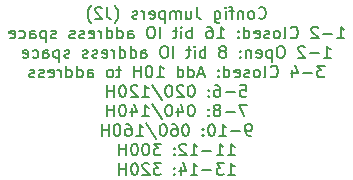
<source format=gbr>
G04 #@! TF.GenerationSoftware,KiCad,Pcbnew,(5.1.4)-1*
G04 #@! TF.CreationDate,2020-04-13T08:45:51-06:00*
G04 #@! TF.ProjectId,MiniSys MicroSD,4d696e69-5379-4732-904d-6963726f5344,rev?*
G04 #@! TF.SameCoordinates,Original*
G04 #@! TF.FileFunction,Legend,Bot*
G04 #@! TF.FilePolarity,Positive*
%FSLAX46Y46*%
G04 Gerber Fmt 4.6, Leading zero omitted, Abs format (unit mm)*
G04 Created by KiCad (PCBNEW (5.1.4)-1) date 2020-04-13 08:45:51*
%MOMM*%
%LPD*%
G04 APERTURE LIST*
%ADD10C,0.150000*%
G04 APERTURE END LIST*
D10*
X47084380Y-26015142D02*
X47132000Y-26062761D01*
X47274857Y-26110380D01*
X47370095Y-26110380D01*
X47512952Y-26062761D01*
X47608190Y-25967523D01*
X47655809Y-25872285D01*
X47703428Y-25681809D01*
X47703428Y-25538952D01*
X47655809Y-25348476D01*
X47608190Y-25253238D01*
X47512952Y-25158000D01*
X47370095Y-25110380D01*
X47274857Y-25110380D01*
X47132000Y-25158000D01*
X47084380Y-25205619D01*
X46512952Y-26110380D02*
X46608190Y-26062761D01*
X46655809Y-26015142D01*
X46703428Y-25919904D01*
X46703428Y-25634190D01*
X46655809Y-25538952D01*
X46608190Y-25491333D01*
X46512952Y-25443714D01*
X46370095Y-25443714D01*
X46274857Y-25491333D01*
X46227238Y-25538952D01*
X46179619Y-25634190D01*
X46179619Y-25919904D01*
X46227238Y-26015142D01*
X46274857Y-26062761D01*
X46370095Y-26110380D01*
X46512952Y-26110380D01*
X45751047Y-25443714D02*
X45751047Y-26110380D01*
X45751047Y-25538952D02*
X45703428Y-25491333D01*
X45608190Y-25443714D01*
X45465333Y-25443714D01*
X45370095Y-25491333D01*
X45322476Y-25586571D01*
X45322476Y-26110380D01*
X44989142Y-25443714D02*
X44608190Y-25443714D01*
X44846285Y-26110380D02*
X44846285Y-25253238D01*
X44798666Y-25158000D01*
X44703428Y-25110380D01*
X44608190Y-25110380D01*
X44274857Y-26110380D02*
X44274857Y-25443714D01*
X44274857Y-25110380D02*
X44322476Y-25158000D01*
X44274857Y-25205619D01*
X44227238Y-25158000D01*
X44274857Y-25110380D01*
X44274857Y-25205619D01*
X43370095Y-25443714D02*
X43370095Y-26253238D01*
X43417714Y-26348476D01*
X43465333Y-26396095D01*
X43560571Y-26443714D01*
X43703428Y-26443714D01*
X43798666Y-26396095D01*
X43370095Y-26062761D02*
X43465333Y-26110380D01*
X43655809Y-26110380D01*
X43751047Y-26062761D01*
X43798666Y-26015142D01*
X43846285Y-25919904D01*
X43846285Y-25634190D01*
X43798666Y-25538952D01*
X43751047Y-25491333D01*
X43655809Y-25443714D01*
X43465333Y-25443714D01*
X43370095Y-25491333D01*
X41846285Y-25110380D02*
X41846285Y-25824666D01*
X41893904Y-25967523D01*
X41989142Y-26062761D01*
X42132000Y-26110380D01*
X42227238Y-26110380D01*
X40941523Y-25443714D02*
X40941523Y-26110380D01*
X41370095Y-25443714D02*
X41370095Y-25967523D01*
X41322476Y-26062761D01*
X41227238Y-26110380D01*
X41084380Y-26110380D01*
X40989142Y-26062761D01*
X40941523Y-26015142D01*
X40465333Y-26110380D02*
X40465333Y-25443714D01*
X40465333Y-25538952D02*
X40417714Y-25491333D01*
X40322476Y-25443714D01*
X40179619Y-25443714D01*
X40084380Y-25491333D01*
X40036761Y-25586571D01*
X40036761Y-26110380D01*
X40036761Y-25586571D02*
X39989142Y-25491333D01*
X39893904Y-25443714D01*
X39751047Y-25443714D01*
X39655809Y-25491333D01*
X39608190Y-25586571D01*
X39608190Y-26110380D01*
X39132000Y-25443714D02*
X39132000Y-26443714D01*
X39132000Y-25491333D02*
X39036761Y-25443714D01*
X38846285Y-25443714D01*
X38751047Y-25491333D01*
X38703428Y-25538952D01*
X38655809Y-25634190D01*
X38655809Y-25919904D01*
X38703428Y-26015142D01*
X38751047Y-26062761D01*
X38846285Y-26110380D01*
X39036761Y-26110380D01*
X39132000Y-26062761D01*
X37846285Y-26062761D02*
X37941523Y-26110380D01*
X38132000Y-26110380D01*
X38227238Y-26062761D01*
X38274857Y-25967523D01*
X38274857Y-25586571D01*
X38227238Y-25491333D01*
X38132000Y-25443714D01*
X37941523Y-25443714D01*
X37846285Y-25491333D01*
X37798666Y-25586571D01*
X37798666Y-25681809D01*
X38274857Y-25777047D01*
X37370095Y-26110380D02*
X37370095Y-25443714D01*
X37370095Y-25634190D02*
X37322476Y-25538952D01*
X37274857Y-25491333D01*
X37179619Y-25443714D01*
X37084380Y-25443714D01*
X36798666Y-26062761D02*
X36703428Y-26110380D01*
X36512952Y-26110380D01*
X36417714Y-26062761D01*
X36370095Y-25967523D01*
X36370095Y-25919904D01*
X36417714Y-25824666D01*
X36512952Y-25777047D01*
X36655809Y-25777047D01*
X36751047Y-25729428D01*
X36798666Y-25634190D01*
X36798666Y-25586571D01*
X36751047Y-25491333D01*
X36655809Y-25443714D01*
X36512952Y-25443714D01*
X36417714Y-25491333D01*
X34893904Y-26491333D02*
X34941523Y-26443714D01*
X35036761Y-26300857D01*
X35084380Y-26205619D01*
X35132000Y-26062761D01*
X35179619Y-25824666D01*
X35179619Y-25634190D01*
X35132000Y-25396095D01*
X35084380Y-25253238D01*
X35036761Y-25158000D01*
X34941523Y-25015142D01*
X34893904Y-24967523D01*
X34227238Y-25110380D02*
X34227238Y-25824666D01*
X34274857Y-25967523D01*
X34370095Y-26062761D01*
X34512952Y-26110380D01*
X34608190Y-26110380D01*
X33798666Y-25205619D02*
X33751047Y-25158000D01*
X33655809Y-25110380D01*
X33417714Y-25110380D01*
X33322476Y-25158000D01*
X33274857Y-25205619D01*
X33227238Y-25300857D01*
X33227238Y-25396095D01*
X33274857Y-25538952D01*
X33846285Y-26110380D01*
X33227238Y-26110380D01*
X32893904Y-26491333D02*
X32846285Y-26443714D01*
X32751047Y-26300857D01*
X32703428Y-26205619D01*
X32655809Y-26062761D01*
X32608190Y-25824666D01*
X32608190Y-25634190D01*
X32655809Y-25396095D01*
X32703428Y-25253238D01*
X32751047Y-25158000D01*
X32846285Y-25015142D01*
X32893904Y-24967523D01*
X53727238Y-27760380D02*
X54298666Y-27760380D01*
X54012952Y-27760380D02*
X54012952Y-26760380D01*
X54108190Y-26903238D01*
X54203428Y-26998476D01*
X54298666Y-27046095D01*
X53298666Y-27379428D02*
X52536761Y-27379428D01*
X52108190Y-26855619D02*
X52060571Y-26808000D01*
X51965333Y-26760380D01*
X51727238Y-26760380D01*
X51632000Y-26808000D01*
X51584380Y-26855619D01*
X51536761Y-26950857D01*
X51536761Y-27046095D01*
X51584380Y-27188952D01*
X52155809Y-27760380D01*
X51536761Y-27760380D01*
X49774857Y-27665142D02*
X49822476Y-27712761D01*
X49965333Y-27760380D01*
X50060571Y-27760380D01*
X50203428Y-27712761D01*
X50298666Y-27617523D01*
X50346285Y-27522285D01*
X50393904Y-27331809D01*
X50393904Y-27188952D01*
X50346285Y-26998476D01*
X50298666Y-26903238D01*
X50203428Y-26808000D01*
X50060571Y-26760380D01*
X49965333Y-26760380D01*
X49822476Y-26808000D01*
X49774857Y-26855619D01*
X49203428Y-27760380D02*
X49298666Y-27712761D01*
X49346285Y-27617523D01*
X49346285Y-26760380D01*
X48679619Y-27760380D02*
X48774857Y-27712761D01*
X48822476Y-27665142D01*
X48870095Y-27569904D01*
X48870095Y-27284190D01*
X48822476Y-27188952D01*
X48774857Y-27141333D01*
X48679619Y-27093714D01*
X48536761Y-27093714D01*
X48441523Y-27141333D01*
X48393904Y-27188952D01*
X48346285Y-27284190D01*
X48346285Y-27569904D01*
X48393904Y-27665142D01*
X48441523Y-27712761D01*
X48536761Y-27760380D01*
X48679619Y-27760380D01*
X47965333Y-27712761D02*
X47870095Y-27760380D01*
X47679619Y-27760380D01*
X47584380Y-27712761D01*
X47536761Y-27617523D01*
X47536761Y-27569904D01*
X47584380Y-27474666D01*
X47679619Y-27427047D01*
X47822476Y-27427047D01*
X47917714Y-27379428D01*
X47965333Y-27284190D01*
X47965333Y-27236571D01*
X47917714Y-27141333D01*
X47822476Y-27093714D01*
X47679619Y-27093714D01*
X47584380Y-27141333D01*
X46727238Y-27712761D02*
X46822476Y-27760380D01*
X47012952Y-27760380D01*
X47108190Y-27712761D01*
X47155809Y-27617523D01*
X47155809Y-27236571D01*
X47108190Y-27141333D01*
X47012952Y-27093714D01*
X46822476Y-27093714D01*
X46727238Y-27141333D01*
X46679619Y-27236571D01*
X46679619Y-27331809D01*
X47155809Y-27427047D01*
X45822476Y-27760380D02*
X45822476Y-26760380D01*
X45822476Y-27712761D02*
X45917714Y-27760380D01*
X46108190Y-27760380D01*
X46203428Y-27712761D01*
X46251047Y-27665142D01*
X46298666Y-27569904D01*
X46298666Y-27284190D01*
X46251047Y-27188952D01*
X46203428Y-27141333D01*
X46108190Y-27093714D01*
X45917714Y-27093714D01*
X45822476Y-27141333D01*
X45346285Y-27665142D02*
X45298666Y-27712761D01*
X45346285Y-27760380D01*
X45393904Y-27712761D01*
X45346285Y-27665142D01*
X45346285Y-27760380D01*
X45346285Y-27141333D02*
X45298666Y-27188952D01*
X45346285Y-27236571D01*
X45393904Y-27188952D01*
X45346285Y-27141333D01*
X45346285Y-27236571D01*
X43584380Y-27760380D02*
X44155809Y-27760380D01*
X43870095Y-27760380D02*
X43870095Y-26760380D01*
X43965333Y-26903238D01*
X44060571Y-26998476D01*
X44155809Y-27046095D01*
X42727238Y-26760380D02*
X42917714Y-26760380D01*
X43012952Y-26808000D01*
X43060571Y-26855619D01*
X43155809Y-26998476D01*
X43203428Y-27188952D01*
X43203428Y-27569904D01*
X43155809Y-27665142D01*
X43108190Y-27712761D01*
X43012952Y-27760380D01*
X42822476Y-27760380D01*
X42727238Y-27712761D01*
X42679619Y-27665142D01*
X42632000Y-27569904D01*
X42632000Y-27331809D01*
X42679619Y-27236571D01*
X42727238Y-27188952D01*
X42822476Y-27141333D01*
X43012952Y-27141333D01*
X43108190Y-27188952D01*
X43155809Y-27236571D01*
X43203428Y-27331809D01*
X41441523Y-27760380D02*
X41441523Y-26760380D01*
X41441523Y-27141333D02*
X41346285Y-27093714D01*
X41155809Y-27093714D01*
X41060571Y-27141333D01*
X41012952Y-27188952D01*
X40965333Y-27284190D01*
X40965333Y-27569904D01*
X41012952Y-27665142D01*
X41060571Y-27712761D01*
X41155809Y-27760380D01*
X41346285Y-27760380D01*
X41441523Y-27712761D01*
X40536761Y-27760380D02*
X40536761Y-27093714D01*
X40536761Y-26760380D02*
X40584380Y-26808000D01*
X40536761Y-26855619D01*
X40489142Y-26808000D01*
X40536761Y-26760380D01*
X40536761Y-26855619D01*
X40203428Y-27093714D02*
X39822476Y-27093714D01*
X40060571Y-26760380D02*
X40060571Y-27617523D01*
X40012952Y-27712761D01*
X39917714Y-27760380D01*
X39822476Y-27760380D01*
X38727238Y-27760380D02*
X38727238Y-26760380D01*
X38060571Y-26760380D02*
X37870095Y-26760380D01*
X37774857Y-26808000D01*
X37679619Y-26903238D01*
X37632000Y-27093714D01*
X37632000Y-27427047D01*
X37679619Y-27617523D01*
X37774857Y-27712761D01*
X37870095Y-27760380D01*
X38060571Y-27760380D01*
X38155809Y-27712761D01*
X38251047Y-27617523D01*
X38298666Y-27427047D01*
X38298666Y-27093714D01*
X38251047Y-26903238D01*
X38155809Y-26808000D01*
X38060571Y-26760380D01*
X36012952Y-27760380D02*
X36012952Y-27236571D01*
X36060571Y-27141333D01*
X36155809Y-27093714D01*
X36346285Y-27093714D01*
X36441523Y-27141333D01*
X36012952Y-27712761D02*
X36108190Y-27760380D01*
X36346285Y-27760380D01*
X36441523Y-27712761D01*
X36489142Y-27617523D01*
X36489142Y-27522285D01*
X36441523Y-27427047D01*
X36346285Y-27379428D01*
X36108190Y-27379428D01*
X36012952Y-27331809D01*
X35108190Y-27760380D02*
X35108190Y-26760380D01*
X35108190Y-27712761D02*
X35203428Y-27760380D01*
X35393904Y-27760380D01*
X35489142Y-27712761D01*
X35536761Y-27665142D01*
X35584380Y-27569904D01*
X35584380Y-27284190D01*
X35536761Y-27188952D01*
X35489142Y-27141333D01*
X35393904Y-27093714D01*
X35203428Y-27093714D01*
X35108190Y-27141333D01*
X34203428Y-27760380D02*
X34203428Y-26760380D01*
X34203428Y-27712761D02*
X34298666Y-27760380D01*
X34489142Y-27760380D01*
X34584380Y-27712761D01*
X34632000Y-27665142D01*
X34679619Y-27569904D01*
X34679619Y-27284190D01*
X34632000Y-27188952D01*
X34584380Y-27141333D01*
X34489142Y-27093714D01*
X34298666Y-27093714D01*
X34203428Y-27141333D01*
X33727238Y-27760380D02*
X33727238Y-27093714D01*
X33727238Y-27284190D02*
X33679619Y-27188952D01*
X33632000Y-27141333D01*
X33536761Y-27093714D01*
X33441523Y-27093714D01*
X32727238Y-27712761D02*
X32822476Y-27760380D01*
X33012952Y-27760380D01*
X33108190Y-27712761D01*
X33155809Y-27617523D01*
X33155809Y-27236571D01*
X33108190Y-27141333D01*
X33012952Y-27093714D01*
X32822476Y-27093714D01*
X32727238Y-27141333D01*
X32679619Y-27236571D01*
X32679619Y-27331809D01*
X33155809Y-27427047D01*
X32298666Y-27712761D02*
X32203428Y-27760380D01*
X32012952Y-27760380D01*
X31917714Y-27712761D01*
X31870095Y-27617523D01*
X31870095Y-27569904D01*
X31917714Y-27474666D01*
X32012952Y-27427047D01*
X32155809Y-27427047D01*
X32251047Y-27379428D01*
X32298666Y-27284190D01*
X32298666Y-27236571D01*
X32251047Y-27141333D01*
X32155809Y-27093714D01*
X32012952Y-27093714D01*
X31917714Y-27141333D01*
X31489142Y-27712761D02*
X31393904Y-27760380D01*
X31203428Y-27760380D01*
X31108190Y-27712761D01*
X31060571Y-27617523D01*
X31060571Y-27569904D01*
X31108190Y-27474666D01*
X31203428Y-27427047D01*
X31346285Y-27427047D01*
X31441523Y-27379428D01*
X31489142Y-27284190D01*
X31489142Y-27236571D01*
X31441523Y-27141333D01*
X31346285Y-27093714D01*
X31203428Y-27093714D01*
X31108190Y-27141333D01*
X29917714Y-27712761D02*
X29822476Y-27760380D01*
X29632000Y-27760380D01*
X29536761Y-27712761D01*
X29489142Y-27617523D01*
X29489142Y-27569904D01*
X29536761Y-27474666D01*
X29632000Y-27427047D01*
X29774857Y-27427047D01*
X29870095Y-27379428D01*
X29917714Y-27284190D01*
X29917714Y-27236571D01*
X29870095Y-27141333D01*
X29774857Y-27093714D01*
X29632000Y-27093714D01*
X29536761Y-27141333D01*
X29060571Y-27093714D02*
X29060571Y-28093714D01*
X29060571Y-27141333D02*
X28965333Y-27093714D01*
X28774857Y-27093714D01*
X28679619Y-27141333D01*
X28632000Y-27188952D01*
X28584380Y-27284190D01*
X28584380Y-27569904D01*
X28632000Y-27665142D01*
X28679619Y-27712761D01*
X28774857Y-27760380D01*
X28965333Y-27760380D01*
X29060571Y-27712761D01*
X27727238Y-27760380D02*
X27727238Y-27236571D01*
X27774857Y-27141333D01*
X27870095Y-27093714D01*
X28060571Y-27093714D01*
X28155809Y-27141333D01*
X27727238Y-27712761D02*
X27822476Y-27760380D01*
X28060571Y-27760380D01*
X28155809Y-27712761D01*
X28203428Y-27617523D01*
X28203428Y-27522285D01*
X28155809Y-27427047D01*
X28060571Y-27379428D01*
X27822476Y-27379428D01*
X27727238Y-27331809D01*
X26822476Y-27712761D02*
X26917714Y-27760380D01*
X27108190Y-27760380D01*
X27203428Y-27712761D01*
X27251047Y-27665142D01*
X27298666Y-27569904D01*
X27298666Y-27284190D01*
X27251047Y-27188952D01*
X27203428Y-27141333D01*
X27108190Y-27093714D01*
X26917714Y-27093714D01*
X26822476Y-27141333D01*
X26012952Y-27712761D02*
X26108190Y-27760380D01*
X26298666Y-27760380D01*
X26393904Y-27712761D01*
X26441523Y-27617523D01*
X26441523Y-27236571D01*
X26393904Y-27141333D01*
X26298666Y-27093714D01*
X26108190Y-27093714D01*
X26012952Y-27141333D01*
X25965333Y-27236571D01*
X25965333Y-27331809D01*
X26441523Y-27427047D01*
X52608190Y-29410380D02*
X53179619Y-29410380D01*
X52893904Y-29410380D02*
X52893904Y-28410380D01*
X52989142Y-28553238D01*
X53084380Y-28648476D01*
X53179619Y-28696095D01*
X52179619Y-29029428D02*
X51417714Y-29029428D01*
X50989142Y-28505619D02*
X50941523Y-28458000D01*
X50846285Y-28410380D01*
X50608190Y-28410380D01*
X50512952Y-28458000D01*
X50465333Y-28505619D01*
X50417714Y-28600857D01*
X50417714Y-28696095D01*
X50465333Y-28838952D01*
X51036761Y-29410380D01*
X50417714Y-29410380D01*
X49036761Y-28410380D02*
X48846285Y-28410380D01*
X48751047Y-28458000D01*
X48655809Y-28553238D01*
X48608190Y-28743714D01*
X48608190Y-29077047D01*
X48655809Y-29267523D01*
X48751047Y-29362761D01*
X48846285Y-29410380D01*
X49036761Y-29410380D01*
X49132000Y-29362761D01*
X49227238Y-29267523D01*
X49274857Y-29077047D01*
X49274857Y-28743714D01*
X49227238Y-28553238D01*
X49132000Y-28458000D01*
X49036761Y-28410380D01*
X48179619Y-28743714D02*
X48179619Y-29743714D01*
X48179619Y-28791333D02*
X48084380Y-28743714D01*
X47893904Y-28743714D01*
X47798666Y-28791333D01*
X47751047Y-28838952D01*
X47703428Y-28934190D01*
X47703428Y-29219904D01*
X47751047Y-29315142D01*
X47798666Y-29362761D01*
X47893904Y-29410380D01*
X48084380Y-29410380D01*
X48179619Y-29362761D01*
X46893904Y-29362761D02*
X46989142Y-29410380D01*
X47179619Y-29410380D01*
X47274857Y-29362761D01*
X47322476Y-29267523D01*
X47322476Y-28886571D01*
X47274857Y-28791333D01*
X47179619Y-28743714D01*
X46989142Y-28743714D01*
X46893904Y-28791333D01*
X46846285Y-28886571D01*
X46846285Y-28981809D01*
X47322476Y-29077047D01*
X46417714Y-28743714D02*
X46417714Y-29410380D01*
X46417714Y-28838952D02*
X46370095Y-28791333D01*
X46274857Y-28743714D01*
X46132000Y-28743714D01*
X46036761Y-28791333D01*
X45989142Y-28886571D01*
X45989142Y-29410380D01*
X45512952Y-29315142D02*
X45465333Y-29362761D01*
X45512952Y-29410380D01*
X45560571Y-29362761D01*
X45512952Y-29315142D01*
X45512952Y-29410380D01*
X45512952Y-28791333D02*
X45465333Y-28838952D01*
X45512952Y-28886571D01*
X45560571Y-28838952D01*
X45512952Y-28791333D01*
X45512952Y-28886571D01*
X44132000Y-28838952D02*
X44227238Y-28791333D01*
X44274857Y-28743714D01*
X44322476Y-28648476D01*
X44322476Y-28600857D01*
X44274857Y-28505619D01*
X44227238Y-28458000D01*
X44132000Y-28410380D01*
X43941523Y-28410380D01*
X43846285Y-28458000D01*
X43798666Y-28505619D01*
X43751047Y-28600857D01*
X43751047Y-28648476D01*
X43798666Y-28743714D01*
X43846285Y-28791333D01*
X43941523Y-28838952D01*
X44132000Y-28838952D01*
X44227238Y-28886571D01*
X44274857Y-28934190D01*
X44322476Y-29029428D01*
X44322476Y-29219904D01*
X44274857Y-29315142D01*
X44227238Y-29362761D01*
X44132000Y-29410380D01*
X43941523Y-29410380D01*
X43846285Y-29362761D01*
X43798666Y-29315142D01*
X43751047Y-29219904D01*
X43751047Y-29029428D01*
X43798666Y-28934190D01*
X43846285Y-28886571D01*
X43941523Y-28838952D01*
X42560571Y-29410380D02*
X42560571Y-28410380D01*
X42560571Y-28791333D02*
X42465333Y-28743714D01*
X42274857Y-28743714D01*
X42179619Y-28791333D01*
X42132000Y-28838952D01*
X42084380Y-28934190D01*
X42084380Y-29219904D01*
X42132000Y-29315142D01*
X42179619Y-29362761D01*
X42274857Y-29410380D01*
X42465333Y-29410380D01*
X42560571Y-29362761D01*
X41655809Y-29410380D02*
X41655809Y-28743714D01*
X41655809Y-28410380D02*
X41703428Y-28458000D01*
X41655809Y-28505619D01*
X41608190Y-28458000D01*
X41655809Y-28410380D01*
X41655809Y-28505619D01*
X41322476Y-28743714D02*
X40941523Y-28743714D01*
X41179619Y-28410380D02*
X41179619Y-29267523D01*
X41132000Y-29362761D01*
X41036761Y-29410380D01*
X40941523Y-29410380D01*
X39846285Y-29410380D02*
X39846285Y-28410380D01*
X39179619Y-28410380D02*
X38989142Y-28410380D01*
X38893904Y-28458000D01*
X38798666Y-28553238D01*
X38751047Y-28743714D01*
X38751047Y-29077047D01*
X38798666Y-29267523D01*
X38893904Y-29362761D01*
X38989142Y-29410380D01*
X39179619Y-29410380D01*
X39274857Y-29362761D01*
X39370095Y-29267523D01*
X39417714Y-29077047D01*
X39417714Y-28743714D01*
X39370095Y-28553238D01*
X39274857Y-28458000D01*
X39179619Y-28410380D01*
X37132000Y-29410380D02*
X37132000Y-28886571D01*
X37179619Y-28791333D01*
X37274857Y-28743714D01*
X37465333Y-28743714D01*
X37560571Y-28791333D01*
X37132000Y-29362761D02*
X37227238Y-29410380D01*
X37465333Y-29410380D01*
X37560571Y-29362761D01*
X37608190Y-29267523D01*
X37608190Y-29172285D01*
X37560571Y-29077047D01*
X37465333Y-29029428D01*
X37227238Y-29029428D01*
X37132000Y-28981809D01*
X36227238Y-29410380D02*
X36227238Y-28410380D01*
X36227238Y-29362761D02*
X36322476Y-29410380D01*
X36512952Y-29410380D01*
X36608190Y-29362761D01*
X36655809Y-29315142D01*
X36703428Y-29219904D01*
X36703428Y-28934190D01*
X36655809Y-28838952D01*
X36608190Y-28791333D01*
X36512952Y-28743714D01*
X36322476Y-28743714D01*
X36227238Y-28791333D01*
X35322476Y-29410380D02*
X35322476Y-28410380D01*
X35322476Y-29362761D02*
X35417714Y-29410380D01*
X35608190Y-29410380D01*
X35703428Y-29362761D01*
X35751047Y-29315142D01*
X35798666Y-29219904D01*
X35798666Y-28934190D01*
X35751047Y-28838952D01*
X35703428Y-28791333D01*
X35608190Y-28743714D01*
X35417714Y-28743714D01*
X35322476Y-28791333D01*
X34846285Y-29410380D02*
X34846285Y-28743714D01*
X34846285Y-28934190D02*
X34798666Y-28838952D01*
X34751047Y-28791333D01*
X34655809Y-28743714D01*
X34560571Y-28743714D01*
X33846285Y-29362761D02*
X33941523Y-29410380D01*
X34132000Y-29410380D01*
X34227238Y-29362761D01*
X34274857Y-29267523D01*
X34274857Y-28886571D01*
X34227238Y-28791333D01*
X34132000Y-28743714D01*
X33941523Y-28743714D01*
X33846285Y-28791333D01*
X33798666Y-28886571D01*
X33798666Y-28981809D01*
X34274857Y-29077047D01*
X33417714Y-29362761D02*
X33322476Y-29410380D01*
X33132000Y-29410380D01*
X33036761Y-29362761D01*
X32989142Y-29267523D01*
X32989142Y-29219904D01*
X33036761Y-29124666D01*
X33132000Y-29077047D01*
X33274857Y-29077047D01*
X33370095Y-29029428D01*
X33417714Y-28934190D01*
X33417714Y-28886571D01*
X33370095Y-28791333D01*
X33274857Y-28743714D01*
X33132000Y-28743714D01*
X33036761Y-28791333D01*
X32608190Y-29362761D02*
X32512952Y-29410380D01*
X32322476Y-29410380D01*
X32227238Y-29362761D01*
X32179619Y-29267523D01*
X32179619Y-29219904D01*
X32227238Y-29124666D01*
X32322476Y-29077047D01*
X32465333Y-29077047D01*
X32560571Y-29029428D01*
X32608190Y-28934190D01*
X32608190Y-28886571D01*
X32560571Y-28791333D01*
X32465333Y-28743714D01*
X32322476Y-28743714D01*
X32227238Y-28791333D01*
X31036761Y-29362761D02*
X30941523Y-29410380D01*
X30751047Y-29410380D01*
X30655809Y-29362761D01*
X30608190Y-29267523D01*
X30608190Y-29219904D01*
X30655809Y-29124666D01*
X30751047Y-29077047D01*
X30893904Y-29077047D01*
X30989142Y-29029428D01*
X31036761Y-28934190D01*
X31036761Y-28886571D01*
X30989142Y-28791333D01*
X30893904Y-28743714D01*
X30751047Y-28743714D01*
X30655809Y-28791333D01*
X30179619Y-28743714D02*
X30179619Y-29743714D01*
X30179619Y-28791333D02*
X30084380Y-28743714D01*
X29893904Y-28743714D01*
X29798666Y-28791333D01*
X29751047Y-28838952D01*
X29703428Y-28934190D01*
X29703428Y-29219904D01*
X29751047Y-29315142D01*
X29798666Y-29362761D01*
X29893904Y-29410380D01*
X30084380Y-29410380D01*
X30179619Y-29362761D01*
X28846285Y-29410380D02*
X28846285Y-28886571D01*
X28893904Y-28791333D01*
X28989142Y-28743714D01*
X29179619Y-28743714D01*
X29274857Y-28791333D01*
X28846285Y-29362761D02*
X28941523Y-29410380D01*
X29179619Y-29410380D01*
X29274857Y-29362761D01*
X29322476Y-29267523D01*
X29322476Y-29172285D01*
X29274857Y-29077047D01*
X29179619Y-29029428D01*
X28941523Y-29029428D01*
X28846285Y-28981809D01*
X27941523Y-29362761D02*
X28036761Y-29410380D01*
X28227238Y-29410380D01*
X28322476Y-29362761D01*
X28370095Y-29315142D01*
X28417714Y-29219904D01*
X28417714Y-28934190D01*
X28370095Y-28838952D01*
X28322476Y-28791333D01*
X28227238Y-28743714D01*
X28036761Y-28743714D01*
X27941523Y-28791333D01*
X27132000Y-29362761D02*
X27227238Y-29410380D01*
X27417714Y-29410380D01*
X27512952Y-29362761D01*
X27560571Y-29267523D01*
X27560571Y-28886571D01*
X27512952Y-28791333D01*
X27417714Y-28743714D01*
X27227238Y-28743714D01*
X27132000Y-28791333D01*
X27084380Y-28886571D01*
X27084380Y-28981809D01*
X27560571Y-29077047D01*
X52655809Y-30060380D02*
X52036761Y-30060380D01*
X52370095Y-30441333D01*
X52227238Y-30441333D01*
X52132000Y-30488952D01*
X52084380Y-30536571D01*
X52036761Y-30631809D01*
X52036761Y-30869904D01*
X52084380Y-30965142D01*
X52132000Y-31012761D01*
X52227238Y-31060380D01*
X52512952Y-31060380D01*
X52608190Y-31012761D01*
X52655809Y-30965142D01*
X51608190Y-30679428D02*
X50846285Y-30679428D01*
X49941523Y-30393714D02*
X49941523Y-31060380D01*
X50179619Y-30012761D02*
X50417714Y-30727047D01*
X49798666Y-30727047D01*
X48084380Y-30965142D02*
X48132000Y-31012761D01*
X48274857Y-31060380D01*
X48370095Y-31060380D01*
X48512952Y-31012761D01*
X48608190Y-30917523D01*
X48655809Y-30822285D01*
X48703428Y-30631809D01*
X48703428Y-30488952D01*
X48655809Y-30298476D01*
X48608190Y-30203238D01*
X48512952Y-30108000D01*
X48370095Y-30060380D01*
X48274857Y-30060380D01*
X48132000Y-30108000D01*
X48084380Y-30155619D01*
X47512952Y-31060380D02*
X47608190Y-31012761D01*
X47655809Y-30917523D01*
X47655809Y-30060380D01*
X46989142Y-31060380D02*
X47084380Y-31012761D01*
X47132000Y-30965142D01*
X47179619Y-30869904D01*
X47179619Y-30584190D01*
X47132000Y-30488952D01*
X47084380Y-30441333D01*
X46989142Y-30393714D01*
X46846285Y-30393714D01*
X46751047Y-30441333D01*
X46703428Y-30488952D01*
X46655809Y-30584190D01*
X46655809Y-30869904D01*
X46703428Y-30965142D01*
X46751047Y-31012761D01*
X46846285Y-31060380D01*
X46989142Y-31060380D01*
X46274857Y-31012761D02*
X46179619Y-31060380D01*
X45989142Y-31060380D01*
X45893904Y-31012761D01*
X45846285Y-30917523D01*
X45846285Y-30869904D01*
X45893904Y-30774666D01*
X45989142Y-30727047D01*
X46132000Y-30727047D01*
X46227238Y-30679428D01*
X46274857Y-30584190D01*
X46274857Y-30536571D01*
X46227238Y-30441333D01*
X46132000Y-30393714D01*
X45989142Y-30393714D01*
X45893904Y-30441333D01*
X45036761Y-31012761D02*
X45132000Y-31060380D01*
X45322476Y-31060380D01*
X45417714Y-31012761D01*
X45465333Y-30917523D01*
X45465333Y-30536571D01*
X45417714Y-30441333D01*
X45322476Y-30393714D01*
X45132000Y-30393714D01*
X45036761Y-30441333D01*
X44989142Y-30536571D01*
X44989142Y-30631809D01*
X45465333Y-30727047D01*
X44132000Y-31060380D02*
X44132000Y-30060380D01*
X44132000Y-31012761D02*
X44227238Y-31060380D01*
X44417714Y-31060380D01*
X44512952Y-31012761D01*
X44560571Y-30965142D01*
X44608190Y-30869904D01*
X44608190Y-30584190D01*
X44560571Y-30488952D01*
X44512952Y-30441333D01*
X44417714Y-30393714D01*
X44227238Y-30393714D01*
X44132000Y-30441333D01*
X43655809Y-30965142D02*
X43608190Y-31012761D01*
X43655809Y-31060380D01*
X43703428Y-31012761D01*
X43655809Y-30965142D01*
X43655809Y-31060380D01*
X43655809Y-30441333D02*
X43608190Y-30488952D01*
X43655809Y-30536571D01*
X43703428Y-30488952D01*
X43655809Y-30441333D01*
X43655809Y-30536571D01*
X42465333Y-30774666D02*
X41989142Y-30774666D01*
X42560571Y-31060380D02*
X42227238Y-30060380D01*
X41893904Y-31060380D01*
X41132000Y-31060380D02*
X41132000Y-30060380D01*
X41132000Y-31012761D02*
X41227238Y-31060380D01*
X41417714Y-31060380D01*
X41512952Y-31012761D01*
X41560571Y-30965142D01*
X41608190Y-30869904D01*
X41608190Y-30584190D01*
X41560571Y-30488952D01*
X41512952Y-30441333D01*
X41417714Y-30393714D01*
X41227238Y-30393714D01*
X41132000Y-30441333D01*
X40227238Y-31060380D02*
X40227238Y-30060380D01*
X40227238Y-31012761D02*
X40322476Y-31060380D01*
X40512952Y-31060380D01*
X40608190Y-31012761D01*
X40655809Y-30965142D01*
X40703428Y-30869904D01*
X40703428Y-30584190D01*
X40655809Y-30488952D01*
X40608190Y-30441333D01*
X40512952Y-30393714D01*
X40322476Y-30393714D01*
X40227238Y-30441333D01*
X38465333Y-31060380D02*
X39036761Y-31060380D01*
X38751047Y-31060380D02*
X38751047Y-30060380D01*
X38846285Y-30203238D01*
X38941523Y-30298476D01*
X39036761Y-30346095D01*
X37846285Y-30060380D02*
X37751047Y-30060380D01*
X37655809Y-30108000D01*
X37608190Y-30155619D01*
X37560571Y-30250857D01*
X37512952Y-30441333D01*
X37512952Y-30679428D01*
X37560571Y-30869904D01*
X37608190Y-30965142D01*
X37655809Y-31012761D01*
X37751047Y-31060380D01*
X37846285Y-31060380D01*
X37941523Y-31012761D01*
X37989142Y-30965142D01*
X38036761Y-30869904D01*
X38084380Y-30679428D01*
X38084380Y-30441333D01*
X38036761Y-30250857D01*
X37989142Y-30155619D01*
X37941523Y-30108000D01*
X37846285Y-30060380D01*
X37084380Y-31060380D02*
X37084380Y-30060380D01*
X37084380Y-30536571D02*
X36512952Y-30536571D01*
X36512952Y-31060380D02*
X36512952Y-30060380D01*
X35417714Y-30393714D02*
X35036761Y-30393714D01*
X35274857Y-30060380D02*
X35274857Y-30917523D01*
X35227238Y-31012761D01*
X35132000Y-31060380D01*
X35036761Y-31060380D01*
X34560571Y-31060380D02*
X34655809Y-31012761D01*
X34703428Y-30965142D01*
X34751047Y-30869904D01*
X34751047Y-30584190D01*
X34703428Y-30488952D01*
X34655809Y-30441333D01*
X34560571Y-30393714D01*
X34417714Y-30393714D01*
X34322476Y-30441333D01*
X34274857Y-30488952D01*
X34227238Y-30584190D01*
X34227238Y-30869904D01*
X34274857Y-30965142D01*
X34322476Y-31012761D01*
X34417714Y-31060380D01*
X34560571Y-31060380D01*
X32608190Y-31060380D02*
X32608190Y-30536571D01*
X32655809Y-30441333D01*
X32751047Y-30393714D01*
X32941523Y-30393714D01*
X33036761Y-30441333D01*
X32608190Y-31012761D02*
X32703428Y-31060380D01*
X32941523Y-31060380D01*
X33036761Y-31012761D01*
X33084380Y-30917523D01*
X33084380Y-30822285D01*
X33036761Y-30727047D01*
X32941523Y-30679428D01*
X32703428Y-30679428D01*
X32608190Y-30631809D01*
X31703428Y-31060380D02*
X31703428Y-30060380D01*
X31703428Y-31012761D02*
X31798666Y-31060380D01*
X31989142Y-31060380D01*
X32084380Y-31012761D01*
X32132000Y-30965142D01*
X32179619Y-30869904D01*
X32179619Y-30584190D01*
X32132000Y-30488952D01*
X32084380Y-30441333D01*
X31989142Y-30393714D01*
X31798666Y-30393714D01*
X31703428Y-30441333D01*
X30798666Y-31060380D02*
X30798666Y-30060380D01*
X30798666Y-31012761D02*
X30893904Y-31060380D01*
X31084380Y-31060380D01*
X31179619Y-31012761D01*
X31227238Y-30965142D01*
X31274857Y-30869904D01*
X31274857Y-30584190D01*
X31227238Y-30488952D01*
X31179619Y-30441333D01*
X31084380Y-30393714D01*
X30893904Y-30393714D01*
X30798666Y-30441333D01*
X30322476Y-31060380D02*
X30322476Y-30393714D01*
X30322476Y-30584190D02*
X30274857Y-30488952D01*
X30227238Y-30441333D01*
X30132000Y-30393714D01*
X30036761Y-30393714D01*
X29322476Y-31012761D02*
X29417714Y-31060380D01*
X29608190Y-31060380D01*
X29703428Y-31012761D01*
X29751047Y-30917523D01*
X29751047Y-30536571D01*
X29703428Y-30441333D01*
X29608190Y-30393714D01*
X29417714Y-30393714D01*
X29322476Y-30441333D01*
X29274857Y-30536571D01*
X29274857Y-30631809D01*
X29751047Y-30727047D01*
X28893904Y-31012761D02*
X28798666Y-31060380D01*
X28608190Y-31060380D01*
X28512952Y-31012761D01*
X28465333Y-30917523D01*
X28465333Y-30869904D01*
X28512952Y-30774666D01*
X28608190Y-30727047D01*
X28751047Y-30727047D01*
X28846285Y-30679428D01*
X28893904Y-30584190D01*
X28893904Y-30536571D01*
X28846285Y-30441333D01*
X28751047Y-30393714D01*
X28608190Y-30393714D01*
X28512952Y-30441333D01*
X28084380Y-31012761D02*
X27989142Y-31060380D01*
X27798666Y-31060380D01*
X27703428Y-31012761D01*
X27655809Y-30917523D01*
X27655809Y-30869904D01*
X27703428Y-30774666D01*
X27798666Y-30727047D01*
X27941523Y-30727047D01*
X28036761Y-30679428D01*
X28084380Y-30584190D01*
X28084380Y-30536571D01*
X28036761Y-30441333D01*
X27941523Y-30393714D01*
X27798666Y-30393714D01*
X27703428Y-30441333D01*
X45512952Y-31710380D02*
X45989142Y-31710380D01*
X46036761Y-32186571D01*
X45989142Y-32138952D01*
X45893904Y-32091333D01*
X45655809Y-32091333D01*
X45560571Y-32138952D01*
X45512952Y-32186571D01*
X45465333Y-32281809D01*
X45465333Y-32519904D01*
X45512952Y-32615142D01*
X45560571Y-32662761D01*
X45655809Y-32710380D01*
X45893904Y-32710380D01*
X45989142Y-32662761D01*
X46036761Y-32615142D01*
X45036761Y-32329428D02*
X44274857Y-32329428D01*
X43370095Y-31710380D02*
X43560571Y-31710380D01*
X43655809Y-31758000D01*
X43703428Y-31805619D01*
X43798666Y-31948476D01*
X43846285Y-32138952D01*
X43846285Y-32519904D01*
X43798666Y-32615142D01*
X43751047Y-32662761D01*
X43655809Y-32710380D01*
X43465333Y-32710380D01*
X43370095Y-32662761D01*
X43322476Y-32615142D01*
X43274857Y-32519904D01*
X43274857Y-32281809D01*
X43322476Y-32186571D01*
X43370095Y-32138952D01*
X43465333Y-32091333D01*
X43655809Y-32091333D01*
X43751047Y-32138952D01*
X43798666Y-32186571D01*
X43846285Y-32281809D01*
X42846285Y-32615142D02*
X42798666Y-32662761D01*
X42846285Y-32710380D01*
X42893904Y-32662761D01*
X42846285Y-32615142D01*
X42846285Y-32710380D01*
X42846285Y-32091333D02*
X42798666Y-32138952D01*
X42846285Y-32186571D01*
X42893904Y-32138952D01*
X42846285Y-32091333D01*
X42846285Y-32186571D01*
X41417714Y-31710380D02*
X41322476Y-31710380D01*
X41227238Y-31758000D01*
X41179619Y-31805619D01*
X41132000Y-31900857D01*
X41084380Y-32091333D01*
X41084380Y-32329428D01*
X41132000Y-32519904D01*
X41179619Y-32615142D01*
X41227238Y-32662761D01*
X41322476Y-32710380D01*
X41417714Y-32710380D01*
X41512952Y-32662761D01*
X41560571Y-32615142D01*
X41608190Y-32519904D01*
X41655809Y-32329428D01*
X41655809Y-32091333D01*
X41608190Y-31900857D01*
X41560571Y-31805619D01*
X41512952Y-31758000D01*
X41417714Y-31710380D01*
X40703428Y-31805619D02*
X40655809Y-31758000D01*
X40560571Y-31710380D01*
X40322476Y-31710380D01*
X40227238Y-31758000D01*
X40179619Y-31805619D01*
X40132000Y-31900857D01*
X40132000Y-31996095D01*
X40179619Y-32138952D01*
X40751047Y-32710380D01*
X40132000Y-32710380D01*
X39512952Y-31710380D02*
X39417714Y-31710380D01*
X39322476Y-31758000D01*
X39274857Y-31805619D01*
X39227238Y-31900857D01*
X39179619Y-32091333D01*
X39179619Y-32329428D01*
X39227238Y-32519904D01*
X39274857Y-32615142D01*
X39322476Y-32662761D01*
X39417714Y-32710380D01*
X39512952Y-32710380D01*
X39608190Y-32662761D01*
X39655809Y-32615142D01*
X39703428Y-32519904D01*
X39751047Y-32329428D01*
X39751047Y-32091333D01*
X39703428Y-31900857D01*
X39655809Y-31805619D01*
X39608190Y-31758000D01*
X39512952Y-31710380D01*
X38036761Y-31662761D02*
X38893904Y-32948476D01*
X37179619Y-32710380D02*
X37751047Y-32710380D01*
X37465333Y-32710380D02*
X37465333Y-31710380D01*
X37560571Y-31853238D01*
X37655809Y-31948476D01*
X37751047Y-31996095D01*
X36798666Y-31805619D02*
X36751047Y-31758000D01*
X36655809Y-31710380D01*
X36417714Y-31710380D01*
X36322476Y-31758000D01*
X36274857Y-31805619D01*
X36227238Y-31900857D01*
X36227238Y-31996095D01*
X36274857Y-32138952D01*
X36846285Y-32710380D01*
X36227238Y-32710380D01*
X35608190Y-31710380D02*
X35512952Y-31710380D01*
X35417714Y-31758000D01*
X35370095Y-31805619D01*
X35322476Y-31900857D01*
X35274857Y-32091333D01*
X35274857Y-32329428D01*
X35322476Y-32519904D01*
X35370095Y-32615142D01*
X35417714Y-32662761D01*
X35512952Y-32710380D01*
X35608190Y-32710380D01*
X35703428Y-32662761D01*
X35751047Y-32615142D01*
X35798666Y-32519904D01*
X35846285Y-32329428D01*
X35846285Y-32091333D01*
X35798666Y-31900857D01*
X35751047Y-31805619D01*
X35703428Y-31758000D01*
X35608190Y-31710380D01*
X34846285Y-32710380D02*
X34846285Y-31710380D01*
X34846285Y-32186571D02*
X34274857Y-32186571D01*
X34274857Y-32710380D02*
X34274857Y-31710380D01*
X46084380Y-33360380D02*
X45417714Y-33360380D01*
X45846285Y-34360380D01*
X45036761Y-33979428D02*
X44274857Y-33979428D01*
X43655809Y-33788952D02*
X43751047Y-33741333D01*
X43798666Y-33693714D01*
X43846285Y-33598476D01*
X43846285Y-33550857D01*
X43798666Y-33455619D01*
X43751047Y-33408000D01*
X43655809Y-33360380D01*
X43465333Y-33360380D01*
X43370095Y-33408000D01*
X43322476Y-33455619D01*
X43274857Y-33550857D01*
X43274857Y-33598476D01*
X43322476Y-33693714D01*
X43370095Y-33741333D01*
X43465333Y-33788952D01*
X43655809Y-33788952D01*
X43751047Y-33836571D01*
X43798666Y-33884190D01*
X43846285Y-33979428D01*
X43846285Y-34169904D01*
X43798666Y-34265142D01*
X43751047Y-34312761D01*
X43655809Y-34360380D01*
X43465333Y-34360380D01*
X43370095Y-34312761D01*
X43322476Y-34265142D01*
X43274857Y-34169904D01*
X43274857Y-33979428D01*
X43322476Y-33884190D01*
X43370095Y-33836571D01*
X43465333Y-33788952D01*
X42846285Y-34265142D02*
X42798666Y-34312761D01*
X42846285Y-34360380D01*
X42893904Y-34312761D01*
X42846285Y-34265142D01*
X42846285Y-34360380D01*
X42846285Y-33741333D02*
X42798666Y-33788952D01*
X42846285Y-33836571D01*
X42893904Y-33788952D01*
X42846285Y-33741333D01*
X42846285Y-33836571D01*
X41417714Y-33360380D02*
X41322476Y-33360380D01*
X41227238Y-33408000D01*
X41179619Y-33455619D01*
X41132000Y-33550857D01*
X41084380Y-33741333D01*
X41084380Y-33979428D01*
X41132000Y-34169904D01*
X41179619Y-34265142D01*
X41227238Y-34312761D01*
X41322476Y-34360380D01*
X41417714Y-34360380D01*
X41512952Y-34312761D01*
X41560571Y-34265142D01*
X41608190Y-34169904D01*
X41655809Y-33979428D01*
X41655809Y-33741333D01*
X41608190Y-33550857D01*
X41560571Y-33455619D01*
X41512952Y-33408000D01*
X41417714Y-33360380D01*
X40227238Y-33693714D02*
X40227238Y-34360380D01*
X40465333Y-33312761D02*
X40703428Y-34027047D01*
X40084380Y-34027047D01*
X39512952Y-33360380D02*
X39417714Y-33360380D01*
X39322476Y-33408000D01*
X39274857Y-33455619D01*
X39227238Y-33550857D01*
X39179619Y-33741333D01*
X39179619Y-33979428D01*
X39227238Y-34169904D01*
X39274857Y-34265142D01*
X39322476Y-34312761D01*
X39417714Y-34360380D01*
X39512952Y-34360380D01*
X39608190Y-34312761D01*
X39655809Y-34265142D01*
X39703428Y-34169904D01*
X39751047Y-33979428D01*
X39751047Y-33741333D01*
X39703428Y-33550857D01*
X39655809Y-33455619D01*
X39608190Y-33408000D01*
X39512952Y-33360380D01*
X38036761Y-33312761D02*
X38893904Y-34598476D01*
X37179619Y-34360380D02*
X37751047Y-34360380D01*
X37465333Y-34360380D02*
X37465333Y-33360380D01*
X37560571Y-33503238D01*
X37655809Y-33598476D01*
X37751047Y-33646095D01*
X36322476Y-33693714D02*
X36322476Y-34360380D01*
X36560571Y-33312761D02*
X36798666Y-34027047D01*
X36179619Y-34027047D01*
X35608190Y-33360380D02*
X35512952Y-33360380D01*
X35417714Y-33408000D01*
X35370095Y-33455619D01*
X35322476Y-33550857D01*
X35274857Y-33741333D01*
X35274857Y-33979428D01*
X35322476Y-34169904D01*
X35370095Y-34265142D01*
X35417714Y-34312761D01*
X35512952Y-34360380D01*
X35608190Y-34360380D01*
X35703428Y-34312761D01*
X35751047Y-34265142D01*
X35798666Y-34169904D01*
X35846285Y-33979428D01*
X35846285Y-33741333D01*
X35798666Y-33550857D01*
X35751047Y-33455619D01*
X35703428Y-33408000D01*
X35608190Y-33360380D01*
X34846285Y-34360380D02*
X34846285Y-33360380D01*
X34846285Y-33836571D02*
X34274857Y-33836571D01*
X34274857Y-34360380D02*
X34274857Y-33360380D01*
X46417714Y-36010380D02*
X46227238Y-36010380D01*
X46132000Y-35962761D01*
X46084380Y-35915142D01*
X45989142Y-35772285D01*
X45941523Y-35581809D01*
X45941523Y-35200857D01*
X45989142Y-35105619D01*
X46036761Y-35058000D01*
X46132000Y-35010380D01*
X46322476Y-35010380D01*
X46417714Y-35058000D01*
X46465333Y-35105619D01*
X46512952Y-35200857D01*
X46512952Y-35438952D01*
X46465333Y-35534190D01*
X46417714Y-35581809D01*
X46322476Y-35629428D01*
X46132000Y-35629428D01*
X46036761Y-35581809D01*
X45989142Y-35534190D01*
X45941523Y-35438952D01*
X45512952Y-35629428D02*
X44751047Y-35629428D01*
X43751047Y-36010380D02*
X44322476Y-36010380D01*
X44036761Y-36010380D02*
X44036761Y-35010380D01*
X44132000Y-35153238D01*
X44227238Y-35248476D01*
X44322476Y-35296095D01*
X43132000Y-35010380D02*
X43036761Y-35010380D01*
X42941523Y-35058000D01*
X42893904Y-35105619D01*
X42846285Y-35200857D01*
X42798666Y-35391333D01*
X42798666Y-35629428D01*
X42846285Y-35819904D01*
X42893904Y-35915142D01*
X42941523Y-35962761D01*
X43036761Y-36010380D01*
X43132000Y-36010380D01*
X43227238Y-35962761D01*
X43274857Y-35915142D01*
X43322476Y-35819904D01*
X43370095Y-35629428D01*
X43370095Y-35391333D01*
X43322476Y-35200857D01*
X43274857Y-35105619D01*
X43227238Y-35058000D01*
X43132000Y-35010380D01*
X42370095Y-35915142D02*
X42322476Y-35962761D01*
X42370095Y-36010380D01*
X42417714Y-35962761D01*
X42370095Y-35915142D01*
X42370095Y-36010380D01*
X42370095Y-35391333D02*
X42322476Y-35438952D01*
X42370095Y-35486571D01*
X42417714Y-35438952D01*
X42370095Y-35391333D01*
X42370095Y-35486571D01*
X40941523Y-35010380D02*
X40846285Y-35010380D01*
X40751047Y-35058000D01*
X40703428Y-35105619D01*
X40655809Y-35200857D01*
X40608190Y-35391333D01*
X40608190Y-35629428D01*
X40655809Y-35819904D01*
X40703428Y-35915142D01*
X40751047Y-35962761D01*
X40846285Y-36010380D01*
X40941523Y-36010380D01*
X41036761Y-35962761D01*
X41084380Y-35915142D01*
X41132000Y-35819904D01*
X41179619Y-35629428D01*
X41179619Y-35391333D01*
X41132000Y-35200857D01*
X41084380Y-35105619D01*
X41036761Y-35058000D01*
X40941523Y-35010380D01*
X39751047Y-35010380D02*
X39941523Y-35010380D01*
X40036761Y-35058000D01*
X40084380Y-35105619D01*
X40179619Y-35248476D01*
X40227238Y-35438952D01*
X40227238Y-35819904D01*
X40179619Y-35915142D01*
X40132000Y-35962761D01*
X40036761Y-36010380D01*
X39846285Y-36010380D01*
X39751047Y-35962761D01*
X39703428Y-35915142D01*
X39655809Y-35819904D01*
X39655809Y-35581809D01*
X39703428Y-35486571D01*
X39751047Y-35438952D01*
X39846285Y-35391333D01*
X40036761Y-35391333D01*
X40132000Y-35438952D01*
X40179619Y-35486571D01*
X40227238Y-35581809D01*
X39036761Y-35010380D02*
X38941523Y-35010380D01*
X38846285Y-35058000D01*
X38798666Y-35105619D01*
X38751047Y-35200857D01*
X38703428Y-35391333D01*
X38703428Y-35629428D01*
X38751047Y-35819904D01*
X38798666Y-35915142D01*
X38846285Y-35962761D01*
X38941523Y-36010380D01*
X39036761Y-36010380D01*
X39132000Y-35962761D01*
X39179619Y-35915142D01*
X39227238Y-35819904D01*
X39274857Y-35629428D01*
X39274857Y-35391333D01*
X39227238Y-35200857D01*
X39179619Y-35105619D01*
X39132000Y-35058000D01*
X39036761Y-35010380D01*
X37560571Y-34962761D02*
X38417714Y-36248476D01*
X36703428Y-36010380D02*
X37274857Y-36010380D01*
X36989142Y-36010380D02*
X36989142Y-35010380D01*
X37084380Y-35153238D01*
X37179619Y-35248476D01*
X37274857Y-35296095D01*
X35846285Y-35010380D02*
X36036761Y-35010380D01*
X36132000Y-35058000D01*
X36179619Y-35105619D01*
X36274857Y-35248476D01*
X36322476Y-35438952D01*
X36322476Y-35819904D01*
X36274857Y-35915142D01*
X36227238Y-35962761D01*
X36132000Y-36010380D01*
X35941523Y-36010380D01*
X35846285Y-35962761D01*
X35798666Y-35915142D01*
X35751047Y-35819904D01*
X35751047Y-35581809D01*
X35798666Y-35486571D01*
X35846285Y-35438952D01*
X35941523Y-35391333D01*
X36132000Y-35391333D01*
X36227238Y-35438952D01*
X36274857Y-35486571D01*
X36322476Y-35581809D01*
X35132000Y-35010380D02*
X35036761Y-35010380D01*
X34941523Y-35058000D01*
X34893904Y-35105619D01*
X34846285Y-35200857D01*
X34798666Y-35391333D01*
X34798666Y-35629428D01*
X34846285Y-35819904D01*
X34893904Y-35915142D01*
X34941523Y-35962761D01*
X35036761Y-36010380D01*
X35132000Y-36010380D01*
X35227238Y-35962761D01*
X35274857Y-35915142D01*
X35322476Y-35819904D01*
X35370095Y-35629428D01*
X35370095Y-35391333D01*
X35322476Y-35200857D01*
X35274857Y-35105619D01*
X35227238Y-35058000D01*
X35132000Y-35010380D01*
X34370095Y-36010380D02*
X34370095Y-35010380D01*
X34370095Y-35486571D02*
X33798666Y-35486571D01*
X33798666Y-36010380D02*
X33798666Y-35010380D01*
X44465333Y-37660380D02*
X45036761Y-37660380D01*
X44751047Y-37660380D02*
X44751047Y-36660380D01*
X44846285Y-36803238D01*
X44941523Y-36898476D01*
X45036761Y-36946095D01*
X43512952Y-37660380D02*
X44084380Y-37660380D01*
X43798666Y-37660380D02*
X43798666Y-36660380D01*
X43893904Y-36803238D01*
X43989142Y-36898476D01*
X44084380Y-36946095D01*
X43084380Y-37279428D02*
X42322476Y-37279428D01*
X41322476Y-37660380D02*
X41893904Y-37660380D01*
X41608190Y-37660380D02*
X41608190Y-36660380D01*
X41703428Y-36803238D01*
X41798666Y-36898476D01*
X41893904Y-36946095D01*
X40941523Y-36755619D02*
X40893904Y-36708000D01*
X40798666Y-36660380D01*
X40560571Y-36660380D01*
X40465333Y-36708000D01*
X40417714Y-36755619D01*
X40370095Y-36850857D01*
X40370095Y-36946095D01*
X40417714Y-37088952D01*
X40989142Y-37660380D01*
X40370095Y-37660380D01*
X39941523Y-37565142D02*
X39893904Y-37612761D01*
X39941523Y-37660380D01*
X39989142Y-37612761D01*
X39941523Y-37565142D01*
X39941523Y-37660380D01*
X39941523Y-37041333D02*
X39893904Y-37088952D01*
X39941523Y-37136571D01*
X39989142Y-37088952D01*
X39941523Y-37041333D01*
X39941523Y-37136571D01*
X38798666Y-36660380D02*
X38179619Y-36660380D01*
X38512952Y-37041333D01*
X38370095Y-37041333D01*
X38274857Y-37088952D01*
X38227238Y-37136571D01*
X38179619Y-37231809D01*
X38179619Y-37469904D01*
X38227238Y-37565142D01*
X38274857Y-37612761D01*
X38370095Y-37660380D01*
X38655809Y-37660380D01*
X38751047Y-37612761D01*
X38798666Y-37565142D01*
X37560571Y-36660380D02*
X37465333Y-36660380D01*
X37370095Y-36708000D01*
X37322476Y-36755619D01*
X37274857Y-36850857D01*
X37227238Y-37041333D01*
X37227238Y-37279428D01*
X37274857Y-37469904D01*
X37322476Y-37565142D01*
X37370095Y-37612761D01*
X37465333Y-37660380D01*
X37560571Y-37660380D01*
X37655809Y-37612761D01*
X37703428Y-37565142D01*
X37751047Y-37469904D01*
X37798666Y-37279428D01*
X37798666Y-37041333D01*
X37751047Y-36850857D01*
X37703428Y-36755619D01*
X37655809Y-36708000D01*
X37560571Y-36660380D01*
X36608190Y-36660380D02*
X36512952Y-36660380D01*
X36417714Y-36708000D01*
X36370095Y-36755619D01*
X36322476Y-36850857D01*
X36274857Y-37041333D01*
X36274857Y-37279428D01*
X36322476Y-37469904D01*
X36370095Y-37565142D01*
X36417714Y-37612761D01*
X36512952Y-37660380D01*
X36608190Y-37660380D01*
X36703428Y-37612761D01*
X36751047Y-37565142D01*
X36798666Y-37469904D01*
X36846285Y-37279428D01*
X36846285Y-37041333D01*
X36798666Y-36850857D01*
X36751047Y-36755619D01*
X36703428Y-36708000D01*
X36608190Y-36660380D01*
X35846285Y-37660380D02*
X35846285Y-36660380D01*
X35846285Y-37136571D02*
X35274857Y-37136571D01*
X35274857Y-37660380D02*
X35274857Y-36660380D01*
X44465333Y-39310380D02*
X45036761Y-39310380D01*
X44751047Y-39310380D02*
X44751047Y-38310380D01*
X44846285Y-38453238D01*
X44941523Y-38548476D01*
X45036761Y-38596095D01*
X44132000Y-38310380D02*
X43512952Y-38310380D01*
X43846285Y-38691333D01*
X43703428Y-38691333D01*
X43608190Y-38738952D01*
X43560571Y-38786571D01*
X43512952Y-38881809D01*
X43512952Y-39119904D01*
X43560571Y-39215142D01*
X43608190Y-39262761D01*
X43703428Y-39310380D01*
X43989142Y-39310380D01*
X44084380Y-39262761D01*
X44132000Y-39215142D01*
X43084380Y-38929428D02*
X42322476Y-38929428D01*
X41322476Y-39310380D02*
X41893904Y-39310380D01*
X41608190Y-39310380D02*
X41608190Y-38310380D01*
X41703428Y-38453238D01*
X41798666Y-38548476D01*
X41893904Y-38596095D01*
X40465333Y-38643714D02*
X40465333Y-39310380D01*
X40703428Y-38262761D02*
X40941523Y-38977047D01*
X40322476Y-38977047D01*
X39941523Y-39215142D02*
X39893904Y-39262761D01*
X39941523Y-39310380D01*
X39989142Y-39262761D01*
X39941523Y-39215142D01*
X39941523Y-39310380D01*
X39941523Y-38691333D02*
X39893904Y-38738952D01*
X39941523Y-38786571D01*
X39989142Y-38738952D01*
X39941523Y-38691333D01*
X39941523Y-38786571D01*
X38798666Y-38310380D02*
X38179619Y-38310380D01*
X38512952Y-38691333D01*
X38370095Y-38691333D01*
X38274857Y-38738952D01*
X38227238Y-38786571D01*
X38179619Y-38881809D01*
X38179619Y-39119904D01*
X38227238Y-39215142D01*
X38274857Y-39262761D01*
X38370095Y-39310380D01*
X38655809Y-39310380D01*
X38751047Y-39262761D01*
X38798666Y-39215142D01*
X37798666Y-38405619D02*
X37751047Y-38358000D01*
X37655809Y-38310380D01*
X37417714Y-38310380D01*
X37322476Y-38358000D01*
X37274857Y-38405619D01*
X37227238Y-38500857D01*
X37227238Y-38596095D01*
X37274857Y-38738952D01*
X37846285Y-39310380D01*
X37227238Y-39310380D01*
X36608190Y-38310380D02*
X36512952Y-38310380D01*
X36417714Y-38358000D01*
X36370095Y-38405619D01*
X36322476Y-38500857D01*
X36274857Y-38691333D01*
X36274857Y-38929428D01*
X36322476Y-39119904D01*
X36370095Y-39215142D01*
X36417714Y-39262761D01*
X36512952Y-39310380D01*
X36608190Y-39310380D01*
X36703428Y-39262761D01*
X36751047Y-39215142D01*
X36798666Y-39119904D01*
X36846285Y-38929428D01*
X36846285Y-38691333D01*
X36798666Y-38500857D01*
X36751047Y-38405619D01*
X36703428Y-38358000D01*
X36608190Y-38310380D01*
X35846285Y-39310380D02*
X35846285Y-38310380D01*
X35846285Y-38786571D02*
X35274857Y-38786571D01*
X35274857Y-39310380D02*
X35274857Y-38310380D01*
M02*

</source>
